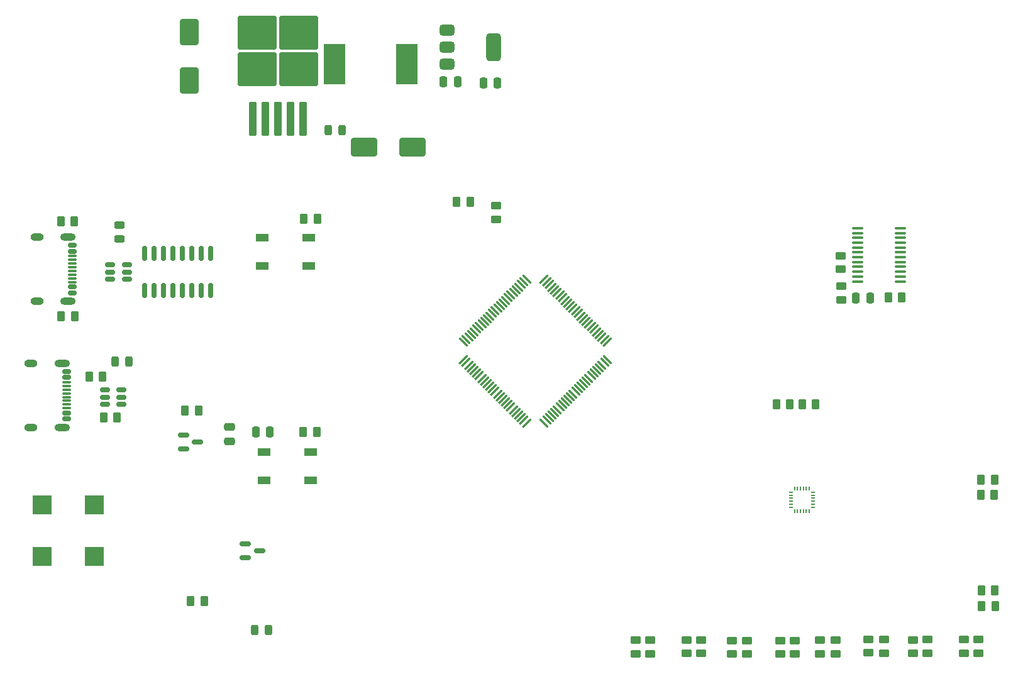
<source format=gtp>
%TF.GenerationSoftware,KiCad,Pcbnew,8.0.6*%
%TF.CreationDate,2025-06-06T13:34:11-05:00*%
%TF.ProjectId,Placa_principal_v2,506c6163-615f-4707-9269-6e636970616c,rev?*%
%TF.SameCoordinates,Original*%
%TF.FileFunction,Paste,Top*%
%TF.FilePolarity,Positive*%
%FSLAX46Y46*%
G04 Gerber Fmt 4.6, Leading zero omitted, Abs format (unit mm)*
G04 Created by KiCad (PCBNEW 8.0.6) date 2025-06-06 13:34:11*
%MOMM*%
%LPD*%
G01*
G04 APERTURE LIST*
G04 Aperture macros list*
%AMRoundRect*
0 Rectangle with rounded corners*
0 $1 Rounding radius*
0 $2 $3 $4 $5 $6 $7 $8 $9 X,Y pos of 4 corners*
0 Add a 4 corners polygon primitive as box body*
4,1,4,$2,$3,$4,$5,$6,$7,$8,$9,$2,$3,0*
0 Add four circle primitives for the rounded corners*
1,1,$1+$1,$2,$3*
1,1,$1+$1,$4,$5*
1,1,$1+$1,$6,$7*
1,1,$1+$1,$8,$9*
0 Add four rect primitives between the rounded corners*
20,1,$1+$1,$2,$3,$4,$5,0*
20,1,$1+$1,$4,$5,$6,$7,0*
20,1,$1+$1,$6,$7,$8,$9,0*
20,1,$1+$1,$8,$9,$2,$3,0*%
G04 Aperture macros list end*
%ADD10R,1.700000X1.000000*%
%ADD11R,2.500000X2.500000*%
%ADD12RoundRect,0.250000X-0.450000X0.262500X-0.450000X-0.262500X0.450000X-0.262500X0.450000X0.262500X0*%
%ADD13RoundRect,0.150000X-0.425000X0.150000X-0.425000X-0.150000X0.425000X-0.150000X0.425000X0.150000X0*%
%ADD14RoundRect,0.075000X-0.500000X0.075000X-0.500000X-0.075000X0.500000X-0.075000X0.500000X0.075000X0*%
%ADD15O,2.100000X1.000000*%
%ADD16O,1.800000X1.000000*%
%ADD17RoundRect,0.250000X-0.262500X-0.450000X0.262500X-0.450000X0.262500X0.450000X-0.262500X0.450000X0*%
%ADD18RoundRect,0.250000X0.450000X-0.262500X0.450000X0.262500X-0.450000X0.262500X-0.450000X-0.262500X0*%
%ADD19RoundRect,0.243750X-0.243750X-0.456250X0.243750X-0.456250X0.243750X0.456250X-0.243750X0.456250X0*%
%ADD20RoundRect,0.050000X-0.225000X-0.050000X0.225000X-0.050000X0.225000X0.050000X-0.225000X0.050000X0*%
%ADD21RoundRect,0.050000X0.050000X-0.225000X0.050000X0.225000X-0.050000X0.225000X-0.050000X-0.225000X0*%
%ADD22RoundRect,0.075000X-0.459619X-0.565685X0.565685X0.459619X0.459619X0.565685X-0.565685X-0.459619X0*%
%ADD23RoundRect,0.075000X0.459619X-0.565685X0.565685X-0.459619X-0.459619X0.565685X-0.565685X0.459619X0*%
%ADD24RoundRect,0.243750X0.243750X0.456250X-0.243750X0.456250X-0.243750X-0.456250X0.243750X-0.456250X0*%
%ADD25RoundRect,0.250000X0.262500X0.450000X-0.262500X0.450000X-0.262500X-0.450000X0.262500X-0.450000X0*%
%ADD26RoundRect,0.150000X0.512500X0.150000X-0.512500X0.150000X-0.512500X-0.150000X0.512500X-0.150000X0*%
%ADD27R,2.900000X5.400000*%
%ADD28RoundRect,0.250000X-1.000000X1.500000X-1.000000X-1.500000X1.000000X-1.500000X1.000000X1.500000X0*%
%ADD29RoundRect,0.250000X0.475000X-0.250000X0.475000X0.250000X-0.475000X0.250000X-0.475000X-0.250000X0*%
%ADD30RoundRect,0.100000X0.637500X0.100000X-0.637500X0.100000X-0.637500X-0.100000X0.637500X-0.100000X0*%
%ADD31RoundRect,0.250000X-0.250000X-0.475000X0.250000X-0.475000X0.250000X0.475000X-0.250000X0.475000X0*%
%ADD32RoundRect,0.150000X-0.150000X0.825000X-0.150000X-0.825000X0.150000X-0.825000X0.150000X0.825000X0*%
%ADD33RoundRect,0.150000X-0.587500X-0.150000X0.587500X-0.150000X0.587500X0.150000X-0.587500X0.150000X0*%
%ADD34RoundRect,0.250000X0.250000X0.475000X-0.250000X0.475000X-0.250000X-0.475000X0.250000X-0.475000X0*%
%ADD35RoundRect,0.243750X-0.456250X0.243750X-0.456250X-0.243750X0.456250X-0.243750X0.456250X0.243750X0*%
%ADD36RoundRect,0.250000X1.500000X1.000000X-1.500000X1.000000X-1.500000X-1.000000X1.500000X-1.000000X0*%
%ADD37RoundRect,0.375000X-0.625000X-0.375000X0.625000X-0.375000X0.625000X0.375000X-0.625000X0.375000X0*%
%ADD38RoundRect,0.500000X-0.500000X-1.400000X0.500000X-1.400000X0.500000X1.400000X-0.500000X1.400000X0*%
%ADD39RoundRect,0.250000X0.300000X-2.050000X0.300000X2.050000X-0.300000X2.050000X-0.300000X-2.050000X0*%
%ADD40RoundRect,0.250000X2.375000X-2.025000X2.375000X2.025000X-2.375000X2.025000X-2.375000X-2.025000X0*%
G04 APERTURE END LIST*
D10*
%TO.C,SW2*%
X118080000Y-70360000D03*
X124380000Y-70360000D03*
X118080000Y-74160000D03*
X124380000Y-74160000D03*
%TD*%
%TO.C,SW1*%
X124600000Y-103000000D03*
X118300000Y-103000000D03*
X124600000Y-99200000D03*
X118300000Y-99200000D03*
%TD*%
D11*
%TO.C,LS1*%
X95470000Y-113310000D03*
X88470000Y-113310000D03*
X95470000Y-106310000D03*
X88470000Y-106310000D03*
%TD*%
D12*
%TO.C,R28*%
X207700000Y-124487500D03*
X207700000Y-126312500D03*
%TD*%
%TO.C,R16*%
X168340000Y-124557500D03*
X168340000Y-126382500D03*
%TD*%
D13*
%TO.C,J18*%
X92490000Y-71380000D03*
X92490000Y-72180000D03*
D14*
X92490000Y-73330000D03*
X92490000Y-74330000D03*
X92490000Y-74830000D03*
X92490000Y-75830000D03*
D13*
X92490000Y-76980000D03*
X92490000Y-77780000D03*
X92490000Y-77780000D03*
X92490000Y-76980000D03*
D14*
X92490000Y-76330000D03*
X92490000Y-75330000D03*
X92490000Y-73830000D03*
X92490000Y-72830000D03*
D13*
X92490000Y-72180000D03*
X92490000Y-71380000D03*
D15*
X91915000Y-70260000D03*
D16*
X87735000Y-70260000D03*
D15*
X91915000Y-78900000D03*
D16*
X87735000Y-78900000D03*
%TD*%
D17*
%TO.C,R30*%
X214847500Y-104960000D03*
X216672500Y-104960000D03*
%TD*%
D12*
%TO.C,R23*%
X214510000Y-124487500D03*
X214510000Y-126312500D03*
%TD*%
%TO.C,R17*%
X175210000Y-124537500D03*
X175210000Y-126362500D03*
%TD*%
D18*
%TO.C,R4*%
X195950000Y-74612500D03*
X195950000Y-72787500D03*
%TD*%
D19*
%TO.C,D3*%
X98235358Y-87076231D03*
X100110358Y-87076231D03*
%TD*%
D12*
%TO.C,R9*%
X149610000Y-66037500D03*
X149610000Y-67862500D03*
%TD*%
D20*
%TO.C,U2*%
X189260000Y-104650000D03*
X189260000Y-105050000D03*
X189260000Y-105450000D03*
X189260000Y-105850000D03*
X189260000Y-106250000D03*
X189260000Y-106650000D03*
D21*
X189760000Y-107150000D03*
X190160000Y-107150000D03*
X190560000Y-107150000D03*
X190960000Y-107150000D03*
X191360000Y-107150000D03*
X191760000Y-107150000D03*
D20*
X192260000Y-106650000D03*
X192260000Y-106250000D03*
X192260000Y-105850000D03*
X192260000Y-105450000D03*
X192260000Y-105050000D03*
X192260000Y-104650000D03*
D21*
X191760000Y-104150000D03*
X191360000Y-104150000D03*
X190960000Y-104150000D03*
X190560000Y-104150000D03*
X190160000Y-104150000D03*
X189760000Y-104150000D03*
%TD*%
D22*
%TO.C,U3*%
X145200377Y-86810253D03*
X145553930Y-87163806D03*
X145907484Y-87517360D03*
X146261037Y-87870913D03*
X146614590Y-88224466D03*
X146968144Y-88578020D03*
X147321697Y-88931573D03*
X147675251Y-89285127D03*
X148028804Y-89638680D03*
X148382357Y-89992233D03*
X148735911Y-90345787D03*
X149089464Y-90699340D03*
X149443017Y-91052894D03*
X149796571Y-91406447D03*
X150150124Y-91760000D03*
X150503678Y-92113554D03*
X150857231Y-92467107D03*
X151210784Y-92820660D03*
X151564338Y-93174214D03*
X151917891Y-93527767D03*
X152271445Y-93881321D03*
X152624998Y-94234874D03*
X152978551Y-94588427D03*
X153332105Y-94941981D03*
X153685658Y-95295534D03*
D23*
X156054466Y-95295534D03*
X156408019Y-94941981D03*
X156761573Y-94588427D03*
X157115126Y-94234874D03*
X157468679Y-93881321D03*
X157822233Y-93527767D03*
X158175786Y-93174214D03*
X158529340Y-92820660D03*
X158882893Y-92467107D03*
X159236446Y-92113554D03*
X159590000Y-91760000D03*
X159943553Y-91406447D03*
X160297107Y-91052894D03*
X160650660Y-90699340D03*
X161004213Y-90345787D03*
X161357767Y-89992233D03*
X161711320Y-89638680D03*
X162064873Y-89285127D03*
X162418427Y-88931573D03*
X162771980Y-88578020D03*
X163125534Y-88224466D03*
X163479087Y-87870913D03*
X163832640Y-87517360D03*
X164186194Y-87163806D03*
X164539747Y-86810253D03*
D22*
X164539747Y-84441445D03*
X164186194Y-84087892D03*
X163832640Y-83734338D03*
X163479087Y-83380785D03*
X163125534Y-83027232D03*
X162771980Y-82673678D03*
X162418427Y-82320125D03*
X162064873Y-81966571D03*
X161711320Y-81613018D03*
X161357767Y-81259465D03*
X161004213Y-80905911D03*
X160650660Y-80552358D03*
X160297107Y-80198804D03*
X159943553Y-79845251D03*
X159590000Y-79491698D03*
X159236446Y-79138144D03*
X158882893Y-78784591D03*
X158529340Y-78431038D03*
X158175786Y-78077484D03*
X157822233Y-77723931D03*
X157468679Y-77370377D03*
X157115126Y-77016824D03*
X156761573Y-76663271D03*
X156408019Y-76309717D03*
X156054466Y-75956164D03*
D23*
X153685658Y-75956164D03*
X153332105Y-76309717D03*
X152978551Y-76663271D03*
X152624998Y-77016824D03*
X152271445Y-77370377D03*
X151917891Y-77723931D03*
X151564338Y-78077484D03*
X151210784Y-78431038D03*
X150857231Y-78784591D03*
X150503678Y-79138144D03*
X150150124Y-79491698D03*
X149796571Y-79845251D03*
X149443017Y-80198804D03*
X149089464Y-80552358D03*
X148735911Y-80905911D03*
X148382357Y-81259465D03*
X148028804Y-81613018D03*
X147675251Y-81966571D03*
X147321697Y-82320125D03*
X146968144Y-82673678D03*
X146614590Y-83027232D03*
X146261037Y-83380785D03*
X145907484Y-83734338D03*
X145553930Y-84087892D03*
X145200377Y-84441445D03*
%TD*%
D24*
%TO.C,D4*%
X118938742Y-123174669D03*
X117063742Y-123174669D03*
%TD*%
D17*
%TO.C,R8*%
X144285000Y-65560000D03*
X146110000Y-65560000D03*
%TD*%
%TO.C,R12*%
X123687500Y-67800000D03*
X125512500Y-67800000D03*
%TD*%
D25*
%TO.C,R3*%
X204222500Y-78430000D03*
X202397500Y-78430000D03*
%TD*%
D26*
%TO.C,U7*%
X99867500Y-75940000D03*
X99867500Y-74990000D03*
X99867500Y-74040000D03*
X97592500Y-74040000D03*
X97592500Y-74990000D03*
X97592500Y-75940000D03*
%TD*%
D25*
%TO.C,R11*%
X98545358Y-94586231D03*
X96720358Y-94586231D03*
%TD*%
%TO.C,R6*%
X125432500Y-96520000D03*
X123607500Y-96520000D03*
%TD*%
D27*
%TO.C,L2*%
X127860000Y-46970000D03*
X137560000Y-46970000D03*
%TD*%
D28*
%TO.C,C21*%
X108290000Y-42690000D03*
X108290000Y-49190000D03*
%TD*%
D25*
%TO.C,R10*%
X96605358Y-89076231D03*
X94780358Y-89076231D03*
%TD*%
D19*
%TO.C,D2*%
X126932500Y-55880000D03*
X128807500Y-55880000D03*
%TD*%
D12*
%TO.C,R20*%
X181350000Y-124617500D03*
X181350000Y-126442500D03*
%TD*%
D29*
%TO.C,C10*%
X113697500Y-97752500D03*
X113697500Y-95852500D03*
%TD*%
D12*
%TO.C,R27*%
X212530000Y-124477500D03*
X212530000Y-126302500D03*
%TD*%
D30*
%TO.C,U5*%
X204005000Y-76245000D03*
X204005000Y-75595000D03*
X204005000Y-74945000D03*
X204005000Y-74295000D03*
X204005000Y-73645000D03*
X204005000Y-72995000D03*
X204005000Y-72345000D03*
X204005000Y-71695000D03*
X204005000Y-71045000D03*
X204005000Y-70395000D03*
X204005000Y-69745000D03*
X204005000Y-69095000D03*
X198280000Y-69095000D03*
X198280000Y-69745000D03*
X198280000Y-70395000D03*
X198280000Y-71045000D03*
X198280000Y-71695000D03*
X198280000Y-72345000D03*
X198280000Y-72995000D03*
X198280000Y-73645000D03*
X198280000Y-74295000D03*
X198280000Y-74945000D03*
X198280000Y-75595000D03*
X198280000Y-76245000D03*
%TD*%
D12*
%TO.C,R13*%
X201780000Y-124487500D03*
X201780000Y-126312500D03*
%TD*%
D31*
%TO.C,C11*%
X142490000Y-49400000D03*
X144390000Y-49400000D03*
%TD*%
D12*
%TO.C,R26*%
X193170000Y-124557500D03*
X193170000Y-126382500D03*
%TD*%
D17*
%TO.C,R34*%
X214940000Y-119970000D03*
X216765000Y-119970000D03*
%TD*%
D25*
%TO.C,R29*%
X110277500Y-119282500D03*
X108452500Y-119282500D03*
%TD*%
D17*
%TO.C,R2*%
X190777500Y-92770000D03*
X192602500Y-92770000D03*
%TD*%
D12*
%TO.C,R24*%
X205720000Y-124507500D03*
X205720000Y-126332500D03*
%TD*%
D25*
%TO.C,R1*%
X189132500Y-92770000D03*
X187307500Y-92770000D03*
%TD*%
D13*
%TO.C,J19*%
X91712858Y-88376231D03*
X91712858Y-89176231D03*
D14*
X91712858Y-90326231D03*
X91712858Y-91326231D03*
X91712858Y-91826231D03*
X91712858Y-92826231D03*
D13*
X91712858Y-93976231D03*
X91712858Y-94776231D03*
X91712858Y-94776231D03*
X91712858Y-93976231D03*
D14*
X91712858Y-93326231D03*
X91712858Y-92326231D03*
X91712858Y-90826231D03*
X91712858Y-89826231D03*
D13*
X91712858Y-89176231D03*
X91712858Y-88376231D03*
D15*
X91137858Y-87256231D03*
D16*
X86957858Y-87256231D03*
D15*
X91137858Y-95896231D03*
D16*
X86957858Y-95896231D03*
%TD*%
D31*
%TO.C,C9*%
X117240000Y-96530000D03*
X119140000Y-96530000D03*
%TD*%
D32*
%TO.C,U8*%
X111130000Y-72505000D03*
X109860000Y-72505000D03*
X108590000Y-72505000D03*
X107320000Y-72505000D03*
X106050000Y-72505000D03*
X104780000Y-72505000D03*
X103510000Y-72505000D03*
X102240000Y-72505000D03*
X102240000Y-77455000D03*
X103510000Y-77455000D03*
X104780000Y-77455000D03*
X106050000Y-77455000D03*
X107320000Y-77455000D03*
X108590000Y-77455000D03*
X109860000Y-77455000D03*
X111130000Y-77455000D03*
%TD*%
D12*
%TO.C,R14*%
X199720000Y-124447500D03*
X199720000Y-126272500D03*
%TD*%
%TO.C,R15*%
X177190000Y-124537500D03*
X177190000Y-126362500D03*
%TD*%
D17*
%TO.C,R33*%
X214865000Y-102960000D03*
X216690000Y-102960000D03*
%TD*%
D12*
%TO.C,R22*%
X183340000Y-124617500D03*
X183340000Y-126442500D03*
%TD*%
D33*
%TO.C,Q2*%
X107512500Y-96912500D03*
X107512500Y-98812500D03*
X109387500Y-97862500D03*
%TD*%
%TO.C,Q1*%
X115837500Y-111592500D03*
X115837500Y-113492500D03*
X117712500Y-112542500D03*
%TD*%
D12*
%TO.C,R25*%
X195290000Y-124557500D03*
X195290000Y-126382500D03*
%TD*%
D34*
%TO.C,C8*%
X199940000Y-78460000D03*
X198040000Y-78460000D03*
%TD*%
D26*
%TO.C,U6*%
X99150358Y-92786231D03*
X99150358Y-91836231D03*
X99150358Y-90886231D03*
X96875358Y-90886231D03*
X96875358Y-91836231D03*
X96875358Y-92786231D03*
%TD*%
D35*
%TO.C,D1*%
X98840000Y-68692500D03*
X98840000Y-70567500D03*
%TD*%
D25*
%TO.C,R31*%
X92822500Y-80950000D03*
X90997500Y-80950000D03*
%TD*%
D36*
%TO.C,C22*%
X138290000Y-58200000D03*
X131790000Y-58200000D03*
%TD*%
D12*
%TO.C,R21*%
X187840000Y-124587500D03*
X187840000Y-126412500D03*
%TD*%
%TO.C,R19*%
X189820000Y-124597500D03*
X189820000Y-126422500D03*
%TD*%
D34*
%TO.C,C12*%
X149790000Y-49500000D03*
X147890000Y-49500000D03*
%TD*%
D25*
%TO.C,R7*%
X109490000Y-93652500D03*
X107665000Y-93652500D03*
%TD*%
D37*
%TO.C,U1*%
X142980000Y-42387500D03*
X142980000Y-44687500D03*
D38*
X149280000Y-44687500D03*
D37*
X142980000Y-46987500D03*
%TD*%
D39*
%TO.C,U4*%
X116810000Y-54360000D03*
X118510000Y-54360000D03*
X120210000Y-54360000D03*
D40*
X117435000Y-47635000D03*
X122985000Y-47635000D03*
X117435000Y-42785000D03*
X122985000Y-42785000D03*
D39*
X121910000Y-54360000D03*
X123610000Y-54360000D03*
%TD*%
D25*
%TO.C,R32*%
X92792500Y-68190000D03*
X90967500Y-68190000D03*
%TD*%
D17*
%TO.C,R35*%
X214927500Y-117850000D03*
X216752500Y-117850000D03*
%TD*%
D12*
%TO.C,R5*%
X196060000Y-76877500D03*
X196060000Y-78702500D03*
%TD*%
%TO.C,R18*%
X170320000Y-124567500D03*
X170320000Y-126392500D03*
%TD*%
M02*

</source>
